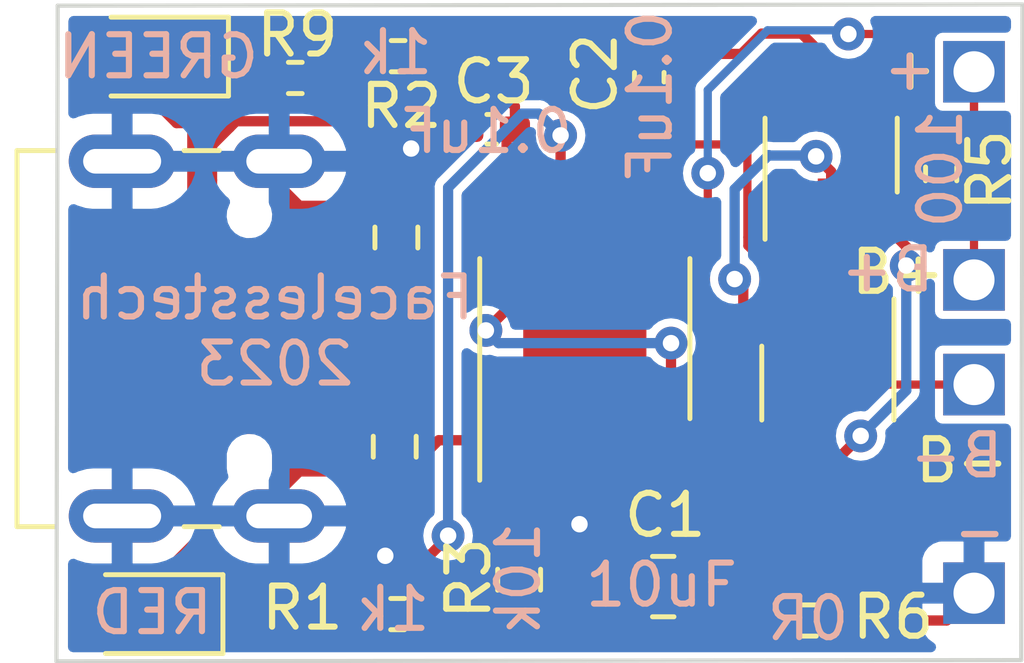
<source format=kicad_pcb>
(kicad_pcb (version 20211014) (generator pcbnew)
  (layers (0 "F.Cu" signal) (31 "B.Cu" signal) (34 "B.Paste" user) (35 "F.Paste" user) (36 "B.SilkS" user "B.Silkscreen") (37 "F.SilkS" user "F.Silkscreen") (38 "B.Mask" user) (39 "F.Mask" user) (44 "Edge.Cuts" user))
  (net 0 "")
  (net 1 "BAT+")
  (net 2 "Net-(D1-Pad1)")
  (net 3 "GND")
  (net 4 "VIN")
  (net 5 "Net-(D2-Pad1)")
  (net 6 "Net-(R2-Pad2)")
  (net 7 "Net-(R3-Pad1)")
  (net 8 "BAT-")
  (net 10 "/OC")
  (net 11 "/G1")
  (net 12 "Net-(U2-Pad3)")
  (net 13 "Net-(P1-PadA8)")
  (net 15 "Net-(C2-Pad1)")
  (net 16 "Net-(R1-Pad2)")
  (net 18 "Net-(P1-PadB8)")
  (net 19 "Net-(D1-Pad2)")
  (footprint "custom_connectors:1mm_test_point_square" (layer "F.Cu") (at 150.99 100.69016)
    (fp_text reference "J5" hide)
    (fp_text value "Conn_01x01_Female" hide)
    (pad "1" thru_hole rect (at 0 -0.01016) (size 1.5 1.5) (drill 1) (layers *.Cu *.Mask) (net 3 "GND"))
  )
  (footprint "Resistor_SMD:R_0402_1005Metric_Pad0.72x0.64mm_HandSolder" (layer "F.Cu") (at 150.19 90.4675 -90)
    (fp_text reference "R5" (at -0.0875 -1.18 90) (layer "F.SilkS"))
    (fp_text value "100" (at -0.1275 0.02 90) (layer "B.SilkS") (effects (justify mirror)))
    (fp_line (start -0.167621 -0.38) (end 0.167621 -0.38) (layer "F.SilkS") (width 0.12))
    (fp_line (start -0.167621 0.38) (end 0.167621 0.38) (layer "F.SilkS") (width 0.12))
    (pad "1" smd roundrect (at -0.5975 0 270) (size 0.715 0.64) (layers "F.Cu" "F.Paste" "F.Mask") (net 1 "BAT+"))
    (pad "2" smd roundrect (at 0.5975 0 270) (size 0.715 0.64) (layers "F.Cu" "F.Paste" "F.Mask") (net 15 "Net-(C2-Pad1)"))
  )
  (footprint "Package_SO:SOIC-8-1EP_3.9x4.9mm_P1.27mm_EP2.29x3mm" (layer "F.Cu") (at 141.51 94.48 90)
    (fp_text reference "U1" hide)
    (fp_text value "TP4056" hide)
    (fp_line (start 0 2.56) (end -1.95 2.56) (layer "F.SilkS") (width 0.12))
    (fp_line (start 0 2.56) (end 1.95 2.56) (layer "F.SilkS") (width 0.12))
    (fp_line (start 0 -2.56) (end 1.95 -2.56) (layer "F.SilkS") (width 0.12))
    (fp_line (start 0 -2.56) (end -3.45 -2.56) (layer "F.SilkS") (width 0.12))
    (pad "1" smd roundrect (at -2.475 -1.905 90) (size 1.95 0.6) (layers "F.Cu" "F.Paste" "F.Mask") (net 3 "GND"))
    (pad "2" smd roundrect (at -2.475 -0.635 90) (size 1.95 0.6) (layers "F.Cu" "F.Paste" "F.Mask") (net 7 "Net-(R3-Pad1)"))
    (pad "3" smd roundrect (at -2.475 0.635 90) (size 1.95 0.6) (layers "F.Cu" "F.Paste" "F.Mask") (net 3 "GND"))
    (pad "4" smd roundrect (at -2.475 1.905 90) (size 1.95 0.6) (layers "F.Cu" "F.Paste" "F.Mask") (net 4 "VIN"))
    (pad "5" smd roundrect (at 2.475 1.905 90) (size 1.95 0.6) (layers "F.Cu" "F.Paste" "F.Mask") (net 1 "BAT+"))
    (pad "6" smd roundrect (at 2.475 0.635 90) (size 1.95 0.6) (layers "F.Cu" "F.Paste" "F.Mask") (net 6 "Net-(R2-Pad2)"))
    (pad "7" smd roundrect (at 2.475 -0.635 90) (size 1.95 0.6) (layers "F.Cu" "F.Paste" "F.Mask") (net 16 "Net-(R1-Pad2)"))
    (pad "8" smd roundrect (at 2.475 -1.905 90) (size 1.95 0.6) (layers "F.Cu" "F.Paste" "F.Mask") (net 4 "VIN"))
    (pad "9" smd rect (at 0 0 90) (size 2.29 3) (layers "F.Cu" "F.Mask") (net 3 "GND"))
  )
  (footprint "Resistor_SMD:R_0402_1005Metric_Pad0.72x0.64mm_HandSolder" (layer "F.Cu") (at 136.9625 87.6)
    (fp_text reference "R2" (at 0.0775 1.22) (layer "F.SilkS"))
    (fp_text value "1k" (at -0.06 -0.09) (layer "B.SilkS") (effects (justify mirror)))
    (fp_line (start -0.167621 -0.38) (end 0.167621 -0.38) (layer "F.SilkS") (width 0.12))
    (fp_line (start -0.167621 0.38) (end 0.167621 0.38) (layer "F.SilkS") (width 0.12))
    (pad "1" smd roundrect (at -0.5975 0) (size 0.715 0.64) (layers "F.Cu" "F.Paste" "F.Mask") (net 5 "Net-(D2-Pad1)"))
    (pad "2" smd roundrect (at 0.5975 0) (size 0.715 0.64) (layers "F.Cu" "F.Paste" "F.Mask") (net 6 "Net-(R2-Pad2)"))
  )
  (footprint "custom_connectors:1mm_test_point_square" (layer "F.Cu") (at 150.99 95.61016)
    (fp_text reference "J4" hide)
    (fp_text value "Conn_01x01_Female" hide)
    (pad "1" thru_hole rect locked (at 0 -0.01016) (size 1.5 1.5) (drill 1) (layers *.Cu *.Mask) (net 8 "BAT-"))
  )
  (footprint "Capacitor_SMD:C_0402_1005Metric_Pad0.74x0.62mm_HandSolder" (layer "F.Cu") (at 143.08 88.1125 -90)
    (fp_text reference "C2" (at -0.0825 1.32 -90) (layer "F.SilkS"))
    (fp_text value "0.1uF" (at 0.4575 -0.02 -90) (layer "B.SilkS") (effects (justify mirror)))
    (fp_line (start -0.115835 -0.36) (end 0.115835 -0.36) (layer "F.SilkS") (width 0.12))
    (fp_line (start -0.115835 0.36) (end 0.115835 0.36) (layer "F.SilkS") (width 0.12))
    (pad "1" smd roundrect (at -0.5675 0 270) (size 0.735 0.62) (layers "F.Cu" "F.Paste" "F.Mask") (net 15 "Net-(C2-Pad1)"))
    (pad "2" smd roundrect (at 0.5675 0 270) (size 0.735 0.62) (layers "F.Cu" "F.Paste" "F.Mask") (net 8 "BAT-"))
  )
  (footprint "Resistor_SMD:R_0603_1608Metric_Pad0.98x0.95mm_HandSolder" (layer "F.Cu") (at 136.88 97.1125 -90)
    (fp_text reference "R8" hide)
    (fp_text value "5.1k" hide)
    (fp_line (start -0.254724 -0.5225) (end 0.254724 -0.5225) (layer "F.SilkS") (width 0.12))
    (fp_line (start -0.254724 0.5225) (end 0.254724 0.5225) (layer "F.SilkS") (width 0.12))
    (pad "1" smd roundrect (at -0.9125 0 270) (size 0.975 0.95) (layers "F.Cu" "F.Paste" "F.Mask") (net 13 "Net-(P1-PadA8)"))
    (pad "2" smd roundrect (at 0.9125 0 270) (size 0.975 0.95) (layers "F.Cu" "F.Paste" "F.Mask") (net 3 "GND"))
  )
  (footprint "LED_SMD:LED_0805_2012Metric_Pad1.15x1.40mm_HandSolder" (layer "F.Cu") (at 130.97 87.61 180)
    (fp_text reference "D2" hide)
    (fp_text value "GREEN" (at -0.15 0) (layer "B.SilkS") (effects (justify mirror)))
    (fp_line (start 1 -0.96) (end -1.86 -0.96) (layer "F.SilkS") (width 0.12))
    (fp_line (start -1.86 0.96) (end 1 0.96) (layer "F.SilkS") (width 0.12))
    (fp_line (start -1.86 -0.96) (end -1.86 0.96) (layer "F.SilkS") (width 0.12))
    (pad "1" smd roundrect (at -1.025 0 180) (size 1.15 1.4) (layers "F.Cu" "F.Paste" "F.Mask") (roundrect_rratio 0.2173913043) (net 5 "Net-(D2-Pad1)"))
    (pad "2" smd roundrect (at 1.025 0 180) (size 1.15 1.4) (layers "F.Cu" "F.Paste" "F.Mask") (roundrect_rratio 0.2173913043) (net 19 "Net-(D1-Pad2)"))
  )
  (footprint "custom_connectors:SOT-23-8_Handsoldering_long" (layer "F.Cu") (at 147.43 95.563 -90)
    (fp_text reference "U4" hide)
    (fp_text value "8205a")
    (fp_line (start 0.9 -1.61) (end -2.05 -1.61) (layer "F.SilkS") (width 0.12))
    (fp_line (start -0.9 1.61) (end 0.9 1.61) (layer "F.SilkS") (width 0.12))
    (pad "1" smd rect (at -1.35 -0.98 270) (size 1.56 0.4) (layers "F.Cu" "F.Paste" "F.Mask"))
    (pad "2" smd rect (at -1.35 -0.33 270) (size 1.56 0.4) (layers "F.Cu" "F.Paste" "F.Mask") (net 8 "BAT-"))
    (pad "3" smd rect (at -1.35 0.33 270) (size 1.56 0.4) (layers "F.Cu" "F.Paste" "F.Mask") (net 8 "BAT-"))
    (pad "4" smd rect (at -1.35 0.98 270) (size 1.56 0.4) (layers "F.Cu" "F.Paste" "F.Mask") (net 11 "/G1"))
    (pad "5" smd rect (at 4.064 0.98 270) (size 1.56 0.4) (layers "F.Cu" "F.Paste" "F.Mask") (net 12 "Net-(U2-Pad3)"))
    (pad "6" smd rect (at 4.064 0.33 270) (size 1.56 0.4) (layers "F.Cu" "F.Paste" "F.Mask") (net 3 "GND"))
    (pad "7" smd rect (at 4.064 -0.33 270) (size 1.56 0.4) (layers "F.Cu" "F.Paste" "F.Mask") (net 3 "GND"))
    (pad "8" smd rect (at 4.064 -0.98 270) (size 1.56 0.4) (layers "F.Cu" "F.Paste" "F.Mask"))
  )
  (footprint "Capacitor_SMD:C_0805_2012Metric_Pad1.18x1.45mm_HandSolder" (layer "F.Cu") (at 143.42 100.52 180)
    (fp_text reference "C1" (at -0.0475 1.74) (layer "F.SilkS"))
    (fp_text value "10uF" (at 0.0425 0.04) (layer "B.SilkS"))
    (fp_line (start -0.261252 0.735) (end 0.261252 0.735) (layer "F.SilkS") (width 0.12))
    (fp_line (start -0.261252 -0.735) (end 0.261252 -0.735) (layer "F.SilkS") (width 0.12))
    (pad "1" smd roundrect (at -1.0375 0 180) (size 1.175 1.45) (layers "F.Cu" "F.Paste" "F.Mask") (roundrect_rratio 0.2127659574) (net 1 "BAT+"))
    (pad "2" smd roundrect (at 1.0375 0 180) (size 1.175 1.45) (layers "F.Cu" "F.Paste" "F.Mask") (roundrect_rratio 0.2127659574) (net 3 "GND"))
  )
  (footprint "Resistor_SMD:R_0402_1005Metric_Pad0.72x0.64mm_HandSolder" (layer "F.Cu") (at 136.95 101.19)
    (fp_text reference "R1" (at -2.32 -0.15) (layer "F.SilkS"))
    (fp_text value "1k" (at -0.1125 -0.12) (layer "B.SilkS") (effects (justify mirror)))
    (fp_line (start -0.167621 -0.38) (end 0.167621 -0.38) (layer "F.SilkS") (width 0.12))
    (fp_line (start -0.167621 0.38) (end 0.167621 0.38) (layer "F.SilkS") (width 0.12))
    (pad "1" smd roundrect (at -0.5975 0) (size 0.715 0.64) (layers "F.Cu" "F.Paste" "F.Mask") (net 2 "Net-(D1-Pad1)"))
    (pad "2" smd roundrect (at 0.5975 0) (size 0.715 0.64) (layers "F.Cu" "F.Paste" "F.Mask") (net 16 "Net-(R1-Pad2)"))
  )
  (footprint "usb_custom:USB_C_Receptacle_JAE_DX07S016JA1R1500" (layer "F.Cu") (at 131.39 94.48 -90)
    (fp_text reference "P1" hide)
    (fp_text value "USB_C_Plug" hide)
    (fp_line (start -4.58 -1.215) (end -4.58 -0.36) (layer "F.SilkS") (width 0.12))
    (fp_line (start 4.58 2.76) (end 4.58 3.71) (layer "F.SilkS") (width 0.12))
    (fp_line (start -4.58 2.76) (end -4.58 3.71) (layer "F.SilkS") (width 0.12))
    (fp_line (start -4.58 3.71) (end 4.58 3.71) (layer "F.SilkS") (width 0.12))
    (fp_line (start 4.58 -1.215) (end 4.58 -0.36) (layer "F.SilkS") (width 0.12))
    (pad "" np_thru_hole oval (at 3 -1.95 270) (size 0.85 0.6) (drill oval 0.85 0.6) (layers F&B.Cu *.Mask))
    (pad "" np_thru_hole circle (at -3 -1.95 270) (size 0.6 0.6) (drill 0.6) (layers F&B.Cu *.Mask))
    (pad "A1" smd rect (at -3.1 -3.302 270) (size 0.52 1.5) (layers "F.Cu" "F.Paste" "F.Mask") (net 3 "GND"))
    (pad "A4" smd rect (at -2.35 -3.302 270) (size 0.52 1.5) (layers "F.Cu" "F.Paste" "F.Mask") (net 4 "VIN"))
    (pad "A8" smd rect (at 1.75 -3.302 270) (size 0.27 1.5) (layers "F.Cu" "F.Paste" "F.Mask") (net 13 "Net-(P1-PadA8)"))
    (pad "A9" smd rect (at 2.35 -3.302 270) (size 0.52 1.5) (layers "F.Cu" "F.Paste" "F.Mask") (net 4 "VIN"))
    (pad "A12" smd rect (at 3.1 -3.302 270) (size 0.52 1.5) (layers "F.Cu" "F.Paste" "F.Mask") (net 3 "GND"))
    (pad "B8" smd rect (at -1.27 -3.302 270) (size 0.27 1.5) (layers "F.Cu" "F.Paste" "F.Mask") (net 18 "Net-(P1-PadB8)"))
    (pad "S1" thru_hole oval (at 4.32 1.15 270) (size 1.3 2.6) (drill oval 0.6 1.9) (layers *.Cu *.Mask) (net 3 "GND"))
    (pad "S1" thru_hole oval (at -4.32 1.15 270) (size 1.3 2.6) (drill oval 0.6 1.9) (layers *.Cu *.Mask) (net 3 "GND"))
    (pad "S1" thru_hole oval (at 4.32 -2.675 270) (size 1.3 2.3) (drill oval 0.6 1.6) (layers *.Cu *.Mask) (net 3 "GND"))
    (pad "S1" thru_hole oval (at -4.32 -2.675 270) (size 1.3 2.3) (drill oval 0.6 1.6) (layers *.Cu *.Mask) (net 3 "GND"))
  )
  (footprint "custom_connectors:1mm_test_point_square" (layer "F.Cu") (at 150.99 93.06)
    (fp_text reference "J7" hide)
    (fp_text value "Conn_01x01_Female" hide)
    (pad "1" thru_hole rect (at 0 -0.01016) (size 1.5 1.5) (drill 1) (layers *.Cu *.Mask) (net 1 "BAT+"))
  )
  (footprint "Resistor_SMD:R_0402_1005Metric_Pad0.72x0.64mm_HandSolder" (layer "F.Cu") (at 146.979621 101.346)
    (fp_text reference "R6" (at 2.0395 -0.084) (layer "F.SilkS"))
    (fp_text value "0R" (at -0.0325 -0.05) (layer "B.SilkS") (effects (justify mirror)))
    (fp_line (start -0.167621 -0.38) (end 0.167621 -0.38) (layer "F.SilkS") (width 0.12))
    (fp_line (start -0.167621 0.38) (end 0.167621 0.38) (layer "F.SilkS") (width 0.12))
    (pad "1" smd roundrect (at -0.5975 0) (size 0.715 0.64) (layers "F.Cu" "F.Paste" "F.Mask") (net 10 "/OC"))
    (pad "2" smd roundrect (at 0.5975 0) (size 0.715 0.64) (layers "F.Cu" "F.Paste" "F.Mask") (net 3 "GND"))
  )
  (footprint "Capacitor_SMD:C_0402_1005Metric_Pad0.74x0.62mm_HandSolder" (layer "F.Cu") (at 139.24 89.38 180)
    (fp_text reference "C3" (at -0.05 1.16) (layer "F.SilkS"))
    (fp_text value "0.1uF" (at 0.12 -0.05) (layer "B.SilkS") (effects (justify mirror)))
    (fp_line (start -0.115835 0.36) (end 0.115835 0.36) (layer "F.SilkS") (width 0.12))
    (fp_line (start -0.115835 -0.36) (end 0.115835 -0.36) (layer "F.SilkS") (width 0.12))
    (pad "1" smd roundrect (at -0.5675 0 180) (size 0.735 0.62) (layers "F.Cu" "F.Paste" "F.Mask") (net 4 "VIN"))
    (pad "2" smd roundrect (at 0.5675 0 180) (size 0.735 0.62) (layers "F.Cu" "F.Paste" "F.Mask") (net 3 "GND"))
  )
  (footprint "Resistor_SMD:R_0402_1005Metric_Pad0.72x0.64mm_HandSolder" (layer "F.Cu") (at 134.4575 88.13 180)
    (fp_text reference "R9" (at -0.0525 1.05) (layer "F.SilkS"))
    (fp_text value "R" hide)
    (fp_line (start -0.167621 -0.38) (end 0.167621 -0.38) (layer "F.SilkS") (width 0.12))
    (fp_line (start -0.167621 0.38) (end 0.167621 0.38) (layer "F.SilkS") (width 0.12))
    (pad "1" smd roundrect (at -0.5975 0 180) (size 0.715 0.64) (layers "F.Cu" "F.Paste" "F.Mask") (net 4 "VIN"))
    (pad "2" smd roundrect (at 0.5975 0 180) (size 0.715 0.64) (layers "F.Cu" "F.Paste" "F.Mask") (net 19 "Net-(D1-Pad2)"))
  )
  (footprint "Resistor_SMD:R_0603_1608Metric_Pad0.98x0.95mm_HandSolder" (layer "F.Cu") (at 136.92 92.0175 90)
    (fp_text reference "R7" hide)
    (fp_text value "5.1k" hide)
    (fp_line (start -0.254724 0.5225) (end 0.254724 0.5225) (layer "F.SilkS") (width 0.12))
    (fp_line (start -0.254724 -0.5225) (end 0.254724 -0.5225) (layer "F.SilkS") (width 0.12))
    (pad "1" smd roundrect (at -0.9125 0 90) (size 0.975 0.95) (layers "F.Cu" "F.Paste" "F.Mask") (net 18 "Net-(P1-PadB8)"))
    (pad "2" smd roundrect (at 0.9125 0 90) (size 0.975 0.95) (layers "F.Cu" "F.Paste" "F.Mask") (net 3 "GND"))
  )
  (footprint "custom_connectors:1mm_test_point_square" (layer "F.Cu") (at 150.99 87.99)
    (fp_text reference "J6" hide)
    (fp_text value "Conn_01x01_Female" hide)
    (pad "1" thru_hole rect (at 0 -0.01016) (size 1.5 1.5) (drill 1) (layers *.Cu *.Mask) (net 1 "BAT+"))
  )
  (footprint "LED_SMD:LED_0805_2012Metric_Pad1.15x1.40mm_HandSolder" (layer "F.Cu") (at 130.835 101.19 180)
    (fp_text reference "D1" hide)
    (fp_text value "RED" hide)
    (fp_line (start 1 -0.96) (end -1.86 -0.96) (layer "F.SilkS") (width 0.12))
    (fp_line (start -1.86 -0.96) (end -1.86 0.96) (layer "F.SilkS") (width 0.12))
    (fp_line (start -1.86 0.96) (end 1 0.96) (layer "F.SilkS") (width 0.12))
    (pad "1" smd roundrect (at -1.025 0 180) (size 1.15 1.4) (layers "F.Cu" "F.Paste" "F.Mask") (roundrect_rratio 0.2173913043) (net 2 "Net-(D1-Pad1)"))
    (pad "2" smd roundrect (at 1.025 0 180) (size 1.15 1.4) (layers "F.Cu" "F.Paste" "F.Mask") (roundrect_rratio 0.2173913043) (net 19 "Net-(D1-Pad2)"))
  )
  (footprint "Resistor_SMD:R_0603_1608Metric_Pad0.98x0.95mm_HandSolder" (layer "F.Cu") (at 139.91 100.3525 -90)
    (fp_text reference "R3" (at -0.0325 1.23 90) (layer "F.SilkS"))
    (fp_text value "10k" (at -0.0325 0.02 90) (layer "B.SilkS") (effects (justify mirror)))
    (fp_line (start -0.254724 0.5225) (end 0.254724 0.5225) (layer "F.SilkS") (width 0.12))
    (fp_line (start -0.254724 -0.5225) (end 0.254724 -0.5225) (layer "F.SilkS") (width 0.12))
    (pad "1" smd roundrect (at -0.9125 0 270) (size 0.975 0.95) (layers "F.Cu" "F.Paste" "F.Mask") (net 7 "Net-(R3-Pad1)"))
    (pad "2" smd roundrect (at 0.9125 0 270) (size 0.975 0.95) (layers "F.Cu" "F.Paste" "F.Mask") (net 3 "GND"))
  )
  (footprint "Package_TO_SOT_SMD:SOT-23-6_Handsoldering" (layer "F.Cu") (at 147.51 90.01 90)
    (fp_text reference "U2" hide)
    (fp_text value "DW01" hide)
    (fp_line (start -0.9 1.61) (end 0.9 1.61) (layer "F.SilkS") (width 0.12))
    (fp_line (start 0.9 -1.61) (end -2.05 -1.61) (layer "F.SilkS") (width 0.12))
    (pad "1" smd rect (at -1.35 -0.95 90) (size 1.56 0.65) (layers "F.Cu" "F.Paste" "F.Mask") (net 11 "/G1"))
    (pad "2" smd rect (at -1.35 0 90) (size 1.56 0.65) (layers "F.Cu" "F.Paste" "F.Mask") (net 10 "/OC"))
    (pad "3" smd rect (at -1.35 0.95 90) (size 1.56 0.65) (layers "F.Cu" "F.Paste" "F.Mask") (net 12 "Net-(U2-Pad3)"))
    (pad "4" smd rect (at 1.35 0.95 90) (size 1.56 0.65) (layers "F.Cu" "F.Paste" "F.Mask"))
    (pad "5" smd rect (at 1.35 0 90) (size 1.56 0.65) (layers "F.Cu" "F.Paste" "F.Mask") (net 15 "Net-(C2-Pad1)"))
    (pad "6" smd rect (at 1.35 -0.95 90) (size 1.56 0.65) (layers "F.Cu" "F.Paste" "F.Mask") (net 8 "BAT-"))
  )
  (gr_line (start 128.64 102.34) (end 152.14 102.31) (layer "Edge.Cuts") (width 0.1))
  (gr_line (start 152.17 86.34) (end 152.14 102.31) (layer "Edge.Cuts") (width 0.1))
  (gr_line (start 128.67 86.37) (end 152.17 86.34) (layer "Edge.Cuts") (width 0.1))
  (gr_line (start 128.67 86.37) (end 128.64 102.34) (layer "Edge.Cuts") (width 0.1))
  (gr_text "Facelesstech\n2023" (at 133.96 94.29) (layer "B.SilkS") (effects (font (size 1 1)) (justify mirror)))
  (gr_text "B-" (at 150.56 97.33) (layer "B.SilkS") (effects (font (size 1 1)) (justify mirror)))
  (gr_text "RED" (at 130.97 101.15) (layer "B.SilkS") (effects (font (size 1 1)) (justify mirror)))
  (gr_text "-" (at 151.13 99.314 180) (layer "B.SilkS") (effects (font (size 1 1)) (justify mirror)))
  (gr_text "B+" (at 148.88 92.8) (layer "B.SilkS") (effects (font (size 1 1)) (justify mirror)))
  (gr_text "+" (at 149.42 87.89) (layer "B.SilkS") (effects (font (size 1 1)) (justify mirror)))
  (gr_text "B-" (at 150.7 97.45) (layer "F.SilkS") (effects (font (size 1 1))))
  (gr_text "+" (at 149.44 87.89) (layer "F.SilkS") (effects (font (size 1 1))))
  (gr_text "B+" (at 149.14 92.86) (layer "F.SilkS") (effects (font (size 1 1))))
  (gr_text "-" (at 151.13 99.314 180) (layer "F.SilkS") (effects (font (size 1 1))))
  (segment (start 144.46 100.5175) (end 144.46 92.58) (width 0.2) (layer "F.Cu") (net 1))
  (segment (start 150.99 89.07) (end 150.19 89.87) (width 0.2) (layer "F.Cu") (net 1))
  (segment (start 144.4575 100.52) (end 144.46 100.5175) (width 0.2) (layer "F.Cu") (net 1))
  (segment (start 150.99 87.97984) (end 150.99 89.07) (width 0.2) (layer "F.Cu") (net 1))
  (segment (start 148.565 87.06) (end 149.2 87.695) (width 0.2) (layer "F.Cu") (net 1))
  (segment (start 150.99 87.97984) (end 150.99 93.04984) (width 0.2) (layer "F.Cu") (net 1))
  (segment (start 144.505145 91.774855) (end 144.505145 90.4495) (width 0.2) (layer "F.Cu") (net 1))
  (segment (start 144.08 92.2) (end 144.505145 91.774855) (width 0.2) (layer "F.Cu") (net 1))
  (segment (start 149.2 87.695) (end 149.2 88.88) (width 0.2) (layer "F.Cu") (net 1))
  (segment (start 144.08 92.2) (end 143.885 92.005) (width 0.2) (layer "F.Cu") (net 1))
  (segment (start 147.93 87.06) (end 148.565 87.06) (width 0.2) (layer "F.Cu") (net 1))
  (segment (start 149.2 88.88) (end 150.19 89.87) (width 0.2) (layer "F.Cu") (net 1))
  (segment (start 144.46 92.58) (end 144.08 92.2) (width 0.2) (layer "F.Cu") (net 1))
  (segment (start 143.885 92.005) (end 143.415 92.005) (width 0.2) (layer "F.Cu") (net 1))
  (via (at 144.505145 90.4495) (size 0.8) (drill 0.4) (layers "F.Cu" "B.Cu") (net 1))
  (via (at 147.93 87.06) (size 0.8) (drill 0.4) (layers "F.Cu" "B.Cu") (net 1))
  (segment (start 145.96 86.97) (end 147.84 86.97) (width 0.2) (layer "B.Cu") (net 1))
  (segment (start 147.84 86.97) (end 147.93 87.06) (width 0.2) (layer "B.Cu") (net 1))
  (segment (start 144.505145 90.4495) (end 144.505145 88.424855) (width 0.2) (layer "B.Cu") (net 1))
  (segment (start 144.505145 88.424855) (end 145.96 86.97) (width 0.2) (layer "B.Cu") (net 1))
  (segment (start 131.86 101.19) (end 136.3525 101.19) (width 0.25) (layer "F.Cu") (net 2))
  (segment (start 134.065 90.16) (end 134.065 90.753) (width 0.25) (layer "F.Cu") (net 3))
  (segment (start 134.692 97.58) (end 136.435 97.58) (width 0.25) (layer "F.Cu") (net 3))
  (segment (start 134.692 91.38) (end 136.645 91.38) (width 0.25) (layer "F.Cu") (net 3))
  (segment (start 137.95 96.955) (end 136.88 98.025) (width 0.25) (layer "F.Cu") (net 3))
  (segment (start 150.324 101.346) (end 150.99 100.68) (width 0.25) (layer "F.Cu") (net 3))
  (segment (start 142.3825 100.52) (end 142.3825 100.0025) (width 0.25) (layer "F.Cu") (net 3))
  (segment (start 136.88 98.025) (end 136.88 99.54) (width 0.25) (layer "F.Cu") (net 3))
  (segment (start 136.435 97.58) (end 136.88 98.025) (width 0.25) (layer "F.Cu") (net 3))
  (segment (start 139.605 96.955) (end 137.95 96.955) (width 0.25) (layer "F.Cu") (net 3))
  (segment (start 141.51 96.32) (end 141.51 94.48) (width 0.25) (layer "F.Cu") (net 3))
  (segment (start 139.91 101.265) (end 141.38 99.795) (width 0.25) (layer "F.Cu") (net 3))
  (segment (start 137.75 89.38) (end 137.28 89.85) (width 0.25) (layer "F.Cu") (net 3))
  (segment (start 147.76 101.163121) (end 147.577121 101.346) (width 0.25) (layer "F.Cu") (net 3))
  (segment (start 142.145 96.955) (end 141.51 96.32) (width 0.25) (layer "F.Cu") (net 3))
  (segment (start 142.145 96.955) (end 142.145 98.235) (width 0.25) (layer "F.Cu") (net 3))
  (segment (start 136.88 99.54) (end 136.65 99.77) (width 0.25) (layer "F.Cu") (net 3))
  (segment (start 147.1 100.868879) (end 147.577121 101.346) (width 0.25) (layer "F.Cu") (net 3))
  (segment (start 134.065 90.753) (end 134.692 91.38) (width 0.25) (layer "F.Cu") (net 3))
  (segment (start 147.76 99.627) (end 147.76 101.163121) (width 0.25) (layer "F.Cu") (net 3))
  (segment (start 134.065 98.8) (end 134.065 98.207) (width 0.25) (layer "F.Cu") (net 3))
  (segment (start 147.1 99.627) (end 147.1 100.868879) (width 0.25) (layer "F.Cu") (net 3))
  (segment (start 141.38 99.795) (end 141.38 99) (width 0.25) (layer "F.Cu") (net 3))
  (segment (start 147.577121 101.346) (end 150.324 101.346) (width 0.25) (layer "F.Cu") (net 3))
  (segment (start 136.645 91.38) (end 136.92 91.105) (width 0.25) (layer "F.Cu") (net 3))
  (segment (start 136.92 91.105) (end 136.92 90.21) (width 0.25) (layer "F.Cu") (net 3))
  (segment (start 136.92 90.21) (end 137.28 89.85) (width 0.25) (layer "F.Cu") (net 3))
  (segment (start 142.3825 100.0025) (end 141.38 99) (width 0.25) (layer "F.Cu") (net 3))
  (segment (start 138.6725 89.38) (end 137.75 89.38) (width 0.25) (layer "F.Cu") (net 3))
  (segment (start 142.145 98.235) (end 141.38 99) (width 0.25) (layer "F.Cu") (net 3))
  (segment (start 134.065 98.207) (end 134.692 97.58) (width 0.25) (layer "F.Cu") (net 3))
  (via (at 137.28 89.85) (size 0.8) (drill 0.4) (layers "F.Cu" "B.Cu") (net 3))
  (via (at 141.38 99) (size 0.8) (drill 0.4) (layers "F.Cu" "B.Cu") (net 3))
  (via (at 136.65 99.77) (size 0.8) (drill 0.4) (layers "F.Cu" "B.Cu") (net 3))
  (segment (start 136.895 89.185) (end 137.62 88.46) (width 0.25) (layer "F.Cu") (net 4))
  (segment (start 139.605 92.005) (end 139.605 89.5825) (width 0.25) (layer "F.Cu") (net 4))
  (segment (start 132.215 95.985) (end 132.91 96.68) (width 0.25) (layer "F.Cu") (net 4))
  (segment (start 143.609502 94.59) (end 143.609502 96.760498) (width 0.25) (layer "F.Cu") (net 4))
  (segment (start 131.985 93.555) (end 131.72 93.82) (width 0.25) (layer "F.Cu") (net 4))
  (segment (start 139.8075 88.8275) (end 139.8075 89.38) (width 0.25) (layer "F.Cu") (net 4))
  (segment (start 139.605 89.5825) (end 139.8075 89.38) (width 0.25) (layer "F.Cu") (net 4))
  (segment (start 135.525 89.185) (end 136.895 89.185) (width 0.25) (layer "F.Cu") (net 4))
  (segment (start 132.43 90.62) (end 132.43 93.11) (width 0.25) (layer "F.Cu") (net 4))
  (segment (start 131.72 93.82) (end 131.72 95.49) (width 0.25) (layer "F.Cu") (net 4))
  (segment (start 132.91 96.68) (end 134.285 96.68) (width 0.25) (layer "F.Cu") (net 4))
  (segment (start 135.055 88.13) (end 135.055 88.715) (width 0.25) (layer "F.Cu") (net 4))
  (segment (start 139.44 88.46) (end 139.8075 88.8275) (width 0.25) (layer "F.Cu") (net 4))
  (segment (start 132.43 89.770672) (end 132.43 90.62) (width 0.25) (layer "F.Cu") (net 4))
  (segment (start 137.62 88.46) (end 139.44 88.46) (width 0.25) (layer "F.Cu") (net 4))
  (segment (start 133.384999 92.155001) (end 132.43 93.11) (width 0.25) (layer "F.Cu") (net 4))
  (segment (start 134.285 96.68) (end 134.435 96.83) (width 0.25) (layer "F.Cu") (net 4))
  (segment (start 132.860336 89.340336) (end 133.015673 89.185) (width 0.25) (layer "F.Cu") (net 4))
  (segment (start 139.605 92.005) (end 139.605 93.775) (width 0.25) (layer "F.Cu") (net 4))
  (segment (start 134.409999 92.155001) (end 133.384999 92.155001) (width 0.25) (layer "F.Cu") (net 4))
  (segment (start 143.609502 96.760498) (end 143.415 96.955) (width 0.25) (layer "F.Cu") (net 4))
  (segment (start 133.015673 89.185) (end 135.525 89.185) (width 0.25) (layer "F.Cu") (net 4))
  (segment (start 134.435 92.13) (end 134.409999 92.155001) (width 0.25) (layer "F.Cu") (net 4))
  (segment (start 132.860336 89.340336) (end 132.43 89.770672) (width 0.25) (layer "F.Cu") (net 4))
  (segment (start 131.72 95.49) (end 132.215 95.985) (width 0.25) (layer "F.Cu") (net 4))
  (segment (start 139.605 93.775) (end 139.1 94.28) (width 0.25) (layer "F.Cu") (net 4))
  (segment (start 135.055 88.715) (end 135.525 89.185) (width 0.25) (layer "F.Cu") (net 4))
  (segment (start 132.43 93.11) (end 131.985 93.555) (width 0.25) (layer "F.Cu") (net 4))
  (via (at 139.1 94.28) (size 0.8) (drill 0.4) (layers "F.Cu" "B.Cu") (net 4))
  (via (at 143.609502 94.59) (size 0.8) (drill 0.4) (layers "F.Cu" "B.Cu") (net 4))
  (segment (start 139.1 94.28) (end 139.41 94.59) (width 0.25) (layer "B.Cu") (net 4))
  (segment (start 139.41 94.59) (end 143.609502 94.59) (width 0.25) (layer "B.Cu") (net 4))
  (segment (start 135.725 86.96) (end 136.365 87.6) (width 0.25) (layer "F.Cu") (net 5))
  (segment (start 132.62 87.61) (end 133.27 86.96) (width 0.25) (layer "F.Cu") (net 5))
  (segment (start 133.27 86.96) (end 135.725 86.96) (width 0.25) (layer "F.Cu") (net 5))
  (segment (start 131.995 87.61) (end 132.62 87.61) (width 0.25) (layer "F.Cu") (net 5))
  (segment (start 142.145 89.455) (end 142.145 92.005) (width 0.25) (layer "F.Cu") (net 6))
  (segment (start 137.56 87.6) (end 140.29 87.6) (width 0.25) (layer "F.Cu") (net 6))
  (segment (start 140.29 87.6) (end 142.145 89.455) (width 0.25) (layer "F.Cu") (net 6))
  (segment (start 140.875 96.955) (end 140.875 98.475) (width 0.25) (layer "F.Cu") (net 7))
  (segment (start 140.875 98.475) (end 139.91 99.44) (width 0.25) (layer "F.Cu") (net 7))
  (segment (start 145.8595 92.6095) (end 145.8595 95.1995) (width 0.2) (layer "F.Cu") (net 8))
  (segment (start 147.87 95.63) (end 147.915 95.585) (width 0.2) (layer "F.Cu") (net 8))
  (segment (start 147.915 95.585) (end 147.76 95.43) (width 0.2) (layer "F.Cu") (net 8))
  (segment (start 145.8595 95.1995) (end 146.29 95.63) (width 0.2) (layer "F.Cu") (net 8))
  (segment (start 150.99 95.6) (end 147.93 95.6) (width 0.2) (layer "F.Cu") (net 8))
  (segment (start 145.47 92.01) (end 145.47 89.75) (width 0.2) (layer "F.Cu") (net 8))
  (segment (start 147.1 94.213) (end 147.1 94.77) (width 0.2) (layer "F.Cu") (net 8))
  (segment (start 144.15 89.75) (end 145.47 89.75) (width 0.2) (layer "F.Cu") (net 8))
  (segment (start 147.1 94.77) (end 147.76 95.43) (width 0.2) (layer "F.Cu") (net 8))
  (segment (start 145.47 92.22) (end 145.8595 92.6095) (width 0.2) (layer "F.Cu") (net 8))
  (segment (start 147.76 95.43) (end 147.76 94.213) (width 0.2) (layer "F.Cu") (net 8))
  (segment (start 145.47 92.22) (end 145.47 92.01) (width 0.2) (layer "F.Cu") (net 8))
  (segment (start 145.47 89.75) (end 146.56 88.66) (width 0.2) (layer "F.Cu") (net 8))
  (segment (start 143.08 88.68) (end 144.15 89.75) (width 0.2) (layer "F.Cu") (net 8))
  (segment (start 147.93 95.6) (end 147.915 95.585) (width 0.2) (layer "F.Cu") (net 8))
  (segment (start 146.29 95.63) (end 147.87 95.63) (width 0.2) (layer "F.Cu") (net 8))
  (segment (start 147.51 90.41) (end 147.51 91.36) (width 0.25) (layer "F.Cu") (net 10))
  (segment (start 145.138743 93.028743) (end 145.1595 93.028743) (width 0.25) (layer "F.Cu") (net 10))
  (segment (start 145.37 99.232) (end 145.37 100.333879) (width 0.25) (layer "F.Cu") (net 10))
  (segment (start 145.37 99.232) (end 145.37 93.26) (width 0.25) (layer "F.Cu") (net 10))
  (segment (start 147.143886 90.043886) (end 147.51 90.41) (width 0.25) (layer "F.Cu") (net 10))
  (segment (start 147.143886 90.039278) (end 147.143886 90.043886) (width 0.25) (layer "F.Cu") (net 10))
  (segment (start 147.143886 90.039278) (end 147.143886 90.255) (width 0.25) (layer "F.Cu") (net 10))
  (segment (start 145.37 93.26) (end 145.138743 93.028743) (width 0.25) (layer "F.Cu") (net 10))
  (segment (start 145.37 100.333879) (end 146.382121 101.346) (width 0.25) (layer "F.Cu") (net 10))
  (via (at 145.1595 93.028743) (size 0.8) (drill 0.4) (layers "F.Cu" "B.Cu") (net 10))
  (via (at 147.143886 90.039278) (size 0.8) (drill 0.4) (layers "F.Cu" "B.Cu") (net 10))
  (segment (start 145.99 90.01) (end 145.98 90.02) (width 0.25) (layer "B.Cu") (net 10))
  (segment (start 145.98 90.02) (end 147.124608 90.02) (width 0.25) (layer "B.Cu") (net 10))
  (segment (start 145.1595 93.028743) (end 145.1595 90.8405) (width 0.25) (layer "B.Cu") (net 10))
  (segment (start 147.124608 90.02) (end 147.143886 90.039278) (width 0.25) (layer "B.Cu") (net 10))
  (segment (start 145.1595 90.8405) (end 145.99 90.01) (width 0.25) (layer "B.Cu") (net 10))
  (segment (start 146.56 94.103) (end 146.45 94.213) (width 0.25) (layer "F.Cu") (net 11))
  (segment (start 146.56 91.36) (end 146.56 94.103) (width 0.25) (layer "F.Cu") (net 11))
  (segment (start 146.45 99.627) (end 146.45 98.63) (width 0.25) (layer "F.Cu") (net 12))
  (segment (start 149.34 92.24) (end 148.46 91.36) (width 0.25) (layer "F.Cu") (net 12))
  (segment (start 146.45 98.63) (end 148.23 96.85) (width 0.25) (layer "F.Cu") (net 12))
  (segment (start 149.34 92.7) (end 149.34 92.24) (width 0.25) (layer "F.Cu") (net 12))
  (via (at 149.34 92.7) (size 0.8) (drill 0.4) (layers "F.Cu" "B.Cu") (net 12))
  (via (at 148.23 96.85) (size 0.8) (drill 0.4) (layers "F.Cu" "B.Cu") (net 12))
  (segment (start 148.23 96.85) (end 149.34 95.74) (width 0.25) (layer "B.Cu") (net 12))
  (segment (start 149.34 95.74) (end 149.34 92.7) (width 0.25) (layer "B.Cu") (net 12))
  (segment (start 134.692 96.23) (end 136.555 96.23) (width 0.25) (layer "F.Cu") (net 13))
  (segment (start 136.555 96.23) (end 136.715 96.07) (width 0.25) (layer "F.Cu") (net 13))
  (segment (start 147.81 89.680087) (end 147.989913 89.86) (width 0.25) (layer "F.Cu") (net 15))
  (segment (start 148.985 89.86) (end 150.19 91.065) (width 0.25) (layer "F.Cu") (net 15))
  (segment (start 147.81 88.96) (end 147.81 89.680087) (width 0.25) (layer "F.Cu") (net 15))
  (segment (start 147.51 88.66) (end 147.81 88.96) (width 0.25) (layer "F.Cu") (net 15))
  (segment (start 145.325 87.545) (end 145.82 87.05) (width 0.25) (layer "F.Cu") (net 15))
  (segment (start 145.82 87.05) (end 146.79 87.05) (width 0.25) (layer "F.Cu") (net 15))
  (segment (start 147.989913 89.86) (end 148.61 89.86) (width 0.25) (layer "F.Cu") (net 15))
  (segment (start 148.61 89.86) (end 148.985 89.86) (width 0.25) (layer "F.Cu") (net 15))
  (segment (start 147.51 87.77) (end 147.51 88.66) (width 0.25) (layer "F.Cu") (net 15))
  (segment (start 143.08 87.545) (end 145.325 87.545) (width 0.25) (layer "F.Cu") (net 15))
  (segment (start 146.79 87.05) (end 147.51 87.77) (width 0.25) (layer "F.Cu") (net 15))
  (segment (start 138.18 99.31) (end 138.18 99.28) (width 0.25) (layer "F.Cu") (net 16))
  (segment (start 137.5475 99.9425) (end 138.18 99.31) (width 0.25) (layer "F.Cu") (net 16))
  (segment (start 140.92 89.53) (end 140.92 91.96) (width 0.25) (layer "F.Cu") (net 16))
  (segment (start 140.92 91.96) (end 140.875 92.005) (width 0.25) (layer "F.Cu") (net 16))
  (segment (start 137.5475 101.19) (end 137.5475 99.9425) (width 0.25) (layer "F.Cu") (net 16))
  (via (at 140.92 89.53) (size 0.8) (drill 0.4) (layers "F.Cu" "B.Cu") (net 16))
  (via (at 138.18 99.28) (size 0.8) (drill 0.4) (layers "F.Cu" "B.Cu") (net 16))
  (segment (start 140.39 89) (end 140.92 89.53) (width 0.25) (layer "B.Cu") (net 16))
  (segment (start 138.18 90.8) (end 139.98 89) (width 0.25) (layer "B.Cu") (net 16))
  (segment (start 139.98 89) (end 140.39 89) (width 0.25) (layer "B.Cu") (net 16))
  (segment (start 138.18 99.28) (end 138.18 90.8) (width 0.25) (layer "B.Cu") (net 16))
  (segment (start 136.64 93.21) (end 136.92 92.93) (width 0.25) (layer "F.Cu") (net 18))
  (segment (start 134.692 93.21) (end 136.64 93.21) (width 0.25) (layer "F.Cu") (net 18))
  (segment (start 131.95 91.77) (end 129.71 94.01) (width 0.25) (layer "F.Cu") (net 19))
  (segment (start 132.19 99.271827) (end 130.271827 101.19) (width 0.25) (layer "F.Cu") (net 19))
  (segment (start 131.95 89.23) (end 131.565 89.23) (width 0.25) (layer "F.Cu") (net 19))
  (segment (start 131.565 89.23) (end 129.945 87.61) (width 0.25) (layer "F.Cu") (net 19))
  (segment (start 129.71 94.01) (end 129.71 95.39) (width 0.25) (layer "F.Cu") (net 19))
  (segment (start 133.28 88.13) (end 132.18 89.23) (width 0.25) (layer "F.Cu") (net 19))
  (segment (start 132.18 89.23) (end 131.95 89.23) (width 0.25) (layer "F.Cu") (net 19))
  (segment (start 129.71 95.39) (end 132.19 97.87) (width 0.25) (layer "F.Cu") (net 19))
  (segment (start 130.271827 101.19) (end 129.81 101.19) (width 0.25) (layer "F.Cu") (net 19))
  (segment (start 132.19 97.87) (end 132.19 99.271827) (width 0.25) (layer "F.Cu") (net 19))
  (segment (start 131.95 89.23) (end 131.95 91.77) (width 0.25) (layer "F.Cu") (net 19))
  (segment (start 133.86 88.13) (end 133.28 88.13) (width 0.25) (layer "F.Cu") (net 19))
  (zone (net 3) (net_name "GND") (layer "B.Cu") (connect_pads (clearance 0)) (min_thickness 0.254) (fill yes (thermal_gap 0.508) (thermal_bridge_width 0.508))
    (polygon (pts (xy 151.892 102.12) (xy 128.92 102.12) (xy 128.93 86.62) (xy 151.892 86.62)))
  )
)
</source>
